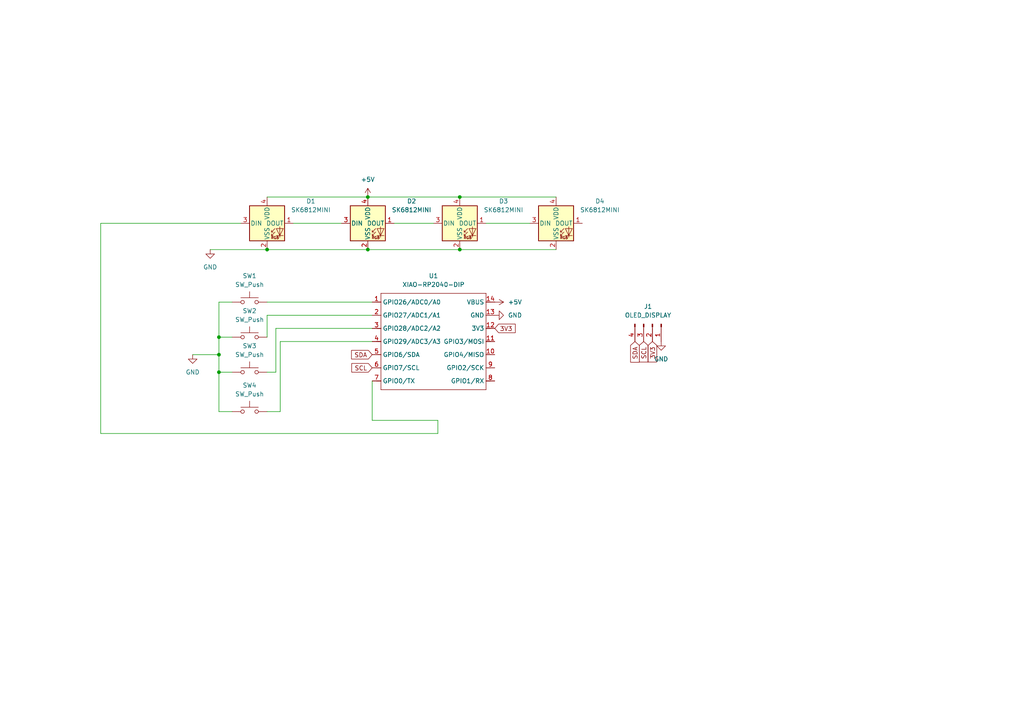
<source format=kicad_sch>
(kicad_sch (version 20250114) (generator "eeschema") (generator_version "9.0")
  (paper "A4")
  (title_block (title "Arjun's Multi Camera Livestream MacroPad") (date "2025-11-29") (rev "0.0.1") (company "HackClub"))
  (lib_symbols
    (symbol "Connector:Conn_01x04_Pin" (pin_names (offset 1.016) (hide yes))
      (property "Reference" "J" (at 0 5.08 0))
      (property "Value" "Conn_01x04_Pin" (at 0 -7.62 0))
      (symbol "Conn_01x04_Pin_1_1"
        (rectangle (start 0.8636 2.667) (end 0 2.413) (stroke (width 0.1524)) (fill (type outline)))
        (rectangle (start 0.8636 0.127) (end 0 -0.127) (stroke (width 0.1524)) (fill (type outline)))
        (rectangle (start 0.8636 -2.413) (end 0 -2.667) (stroke (width 0.1524)) (fill (type outline)))
        (rectangle (start 0.8636 -4.953) (end 0 -5.207) (stroke (width 0.1524)) (fill (type outline)))
        (polyline (pts (xy 1.27 2.54) (xy 0.8636 2.54)) (stroke (width 0.1524)))
        (polyline (pts (xy 1.27 0) (xy 0.8636 0)) (stroke (width 0.1524)))
        (polyline (pts (xy 1.27 -2.54) (xy 0.8636 -2.54)) (stroke (width 0.1524)))
        (polyline (pts (xy 1.27 -5.08) (xy 0.8636 -5.08)) (stroke (width 0.1524)))
        (pin passive line (at 5.08 2.54 180) (length 3.81) (name "Pin_1") (number "1"))
        (pin passive line (at 5.08 0 180) (length 3.81) (name "Pin_2") (number "2"))
        (pin passive line (at 5.08 -2.54 180) (length 3.81) (name "Pin_3") (number "3"))
        (pin passive line (at 5.08 -5.08 180) (length 3.81) (name "Pin_4") (number "4"))
      )
    )
    (symbol "LED:SK6812MINI" (pin_names (offset 0.254))
      (property "Reference" "D" (at 5.08 5.715 0))
      (property "Value" "SK6812MINI" (at 1.27 -5.715 0))
      (symbol "SK6812MINI_0_0"
        (text "RGB" (at 2.286 -4.191 0) (effects (font (size 0.762 0.762))))
      )
      (symbol "SK6812MINI_0_1"
        (polyline (pts (xy 1.27 -2.54) (xy 1.778 -2.54)))
        (polyline (pts (xy 1.27 -3.556) (xy 1.778 -3.556)))
        (polyline (pts (xy 2.286 -1.524) (xy 1.27 -2.54) (xy 1.27 -2.032)))
        (polyline (pts (xy 2.286 -2.54) (xy 1.27 -3.556) (xy 1.27 -3.048)))
        (polyline (pts (xy 3.683 -1.016) (xy 3.683 -3.556) (xy 3.683 -4.064)))
        (polyline (pts (xy 4.699 -1.524) (xy 2.667 -1.524) (xy 3.683 -3.556) (xy 4.699 -1.524)))
        (polyline (pts (xy 4.699 -3.556) (xy 2.667 -3.556)))
        (rectangle (start 5.08 5.08) (end -5.08 -5.08) (stroke (width 0.254)) (fill (type background)))
      )
      (symbol "SK6812MINI_1_1"
        (pin input line (at -7.62 0 0) (length 2.54) (name "DIN") (number "3"))
        (pin power_in line (at 0 7.62 270) (length 2.54) (name "VDD") (number "4"))
        (pin power_in line (at 0 -7.62 90) (length 2.54) (name "VSS") (number "2"))
        (pin output line (at 7.62 0 180) (length 2.54) (name "DOUT") (number "1"))
      )
    )
    (symbol "OPL:XIAO-RP2040-DIP"
      (property "Reference" "U" (at 0 0 0))
      (property "Value" "XIAO-RP2040-DIP" (at 5.334 -1.778 0))
      (symbol "XIAO-RP2040-DIP_1_0"
        (polyline (pts (xy -1.27 -2.54) (xy 29.21 -2.54)) (stroke (width 0.1524)))
        (polyline (pts (xy -1.27 -5.08) (xy -2.54 -5.08)) (stroke (width 0.1524)))
        (polyline (pts (xy -1.27 -5.08) (xy -1.27 -2.54)) (stroke (width 0.1524)))
        (polyline (pts (xy -1.27 -8.89) (xy -2.54 -8.89)) (stroke (width 0.1524)))
        (polyline (pts (xy -1.27 -8.89) (xy -1.27 -5.08)) (stroke (width 0.1524)))
        (polyline (pts (xy -1.27 -12.7) (xy -2.54 -12.7)) (stroke (width 0.1524)))
        (polyline (pts (xy -1.27 -12.7) (xy -1.27 -8.89)) (stroke (width 0.1524)))
        (polyline (pts (xy -1.27 -16.51) (xy -2.54 -16.51)) (stroke (width 0.1524)))
        (polyline (pts (xy -1.27 -16.51) (xy -1.27 -12.7)) (stroke (width 0.1524)))
        (polyline (pts (xy -1.27 -20.32) (xy -2.54 -20.32)) (stroke (width 0.1524)))
        (polyline (pts (xy -1.27 -24.13) (xy -2.54 -24.13)) (stroke (width 0.1524)))
        (polyline (pts (xy -1.27 -27.94) (xy -2.54 -27.94)) (stroke (width 0.1524)))
        (polyline (pts (xy -1.27 -30.48) (xy -1.27 -16.51)) (stroke (width 0.1524)))
        (polyline (pts (xy 29.21 -2.54) (xy 29.21 -5.08)) (stroke (width 0.1524)))
        (polyline (pts (xy 29.21 -5.08) (xy 29.21 -8.89)) (stroke (width 0.1524)))
        (polyline (pts (xy 29.21 -8.89) (xy 29.21 -12.7)) (stroke (width 0.1524)))
        (polyline (pts (xy 29.21 -12.7) (xy 29.21 -30.48)) (stroke (width 0.1524)))
        (polyline (pts (xy 29.21 -30.48) (xy -1.27 -30.48)) (stroke (width 0.1524)))
        (polyline (pts (xy 30.48 -5.08) (xy 29.21 -5.08)) (stroke (width 0.1524)))
        (polyline (pts (xy 30.48 -8.89) (xy 29.21 -8.89)) (stroke (width 0.1524)))
        (polyline (pts (xy 30.48 -12.7) (xy 29.21 -12.7)) (stroke (width 0.1524)))
        (polyline (pts (xy 30.48 -16.51) (xy 29.21 -16.51)) (stroke (width 0.1524)))
        (polyline (pts (xy 30.48 -20.32) (xy 29.21 -20.32)) (stroke (width 0.1524)))
        (polyline (pts (xy 30.48 -24.13) (xy 29.21 -24.13)) (stroke (width 0.1524)))
        (polyline (pts (xy 30.48 -27.94) (xy 29.21 -27.94)) (stroke (width 0.1524)))
        (pin passive line (at -3.81 -5.08 0) (length 2.54) (name "GPIO26/ADC0/A0") (number "1"))
        (pin passive line (at -3.81 -8.89 0) (length 2.54) (name "GPIO27/ADC1/A1") (number "2"))
        (pin passive line (at -3.81 -12.7 0) (length 2.54) (name "GPIO28/ADC2/A2") (number "3"))
        (pin passive line (at -3.81 -16.51 0) (length 2.54) (name "GPIO29/ADC3/A3") (number "4"))
        (pin passive line (at -3.81 -20.32 0) (length 2.54) (name "GPIO6/SDA") (number "5"))
        (pin passive line (at -3.81 -24.13 0) (length 2.54) (name "GPIO7/SCL") (number "6"))
        (pin passive line (at -3.81 -27.94 0) (length 2.54) (name "GPIO0/TX") (number "7"))
        (pin passive line (at 31.75 -5.08 180) (length 2.54) (name "VBUS") (number "14"))
        (pin passive line (at 31.75 -8.89 180) (length 2.54) (name "GND") (number "13"))
        (pin passive line (at 31.75 -12.7 180) (length 2.54) (name "3V3") (number "12"))
        (pin passive line (at 31.75 -16.51 180) (length 2.54) (name "GPIO3/MOSI") (number "11"))
        (pin passive line (at 31.75 -20.32 180) (length 2.54) (name "GPIO4/MISO") (number "10"))
        (pin passive line (at 31.75 -24.13 180) (length 2.54) (name "GPIO2/SCK") (number "9"))
        (pin passive line (at 31.75 -27.94 180) (length 2.54) (name "GPIO1/RX") (number "8"))
      )
    )
    (symbol "Switch:SW_Push" (pin_numbers (hide yes)) (pin_names (offset 1.016) (hide yes))
      (property "Reference" "SW" (at 1.27 2.54 0))
      (property "Value" "SW_Push" (at 0 -1.524 0))
      (symbol "SW_Push_0_1"
        (circle (center -2.032 0) (radius 0.508))
        (polyline (pts (xy 0 1.27) (xy 0 3.048)))
        (circle (center 2.032 0) (radius 0.508))
        (polyline (pts (xy 2.54 1.27) (xy -2.54 1.27)))
        (pin passive line (at -5.08 0 0) (length 2.54) (name "1") (number "1"))
        (pin passive line (at 5.08 0 180) (length 2.54) (name "2") (number "2"))
      )
    )
    (symbol "power:+5V" (power) (pin_numbers (hide yes)) (pin_names (offset 0) (hide yes))
      (property "Value" "+5V" (at 0 3.556 0))
      (symbol "+5V_0_1"
        (polyline (pts (xy -0.762 1.27) (xy 0 2.54)))
        (polyline (pts (xy 0 2.54) (xy 0.762 1.27)))
        (polyline (pts (xy 0 0) (xy 0 2.54)))
      )
      (symbol "+5V_1_1"
        (pin power_in line (at 0 0 90) (length 0) (name "~") (number "1"))
      )
    )
    (symbol "power:GND" (power) (pin_numbers (hide yes)) (pin_names (offset 0) (hide yes))
      (property "Value" "GND" (at 0 -3.81 0))
      (symbol "GND_0_1"
        (polyline (pts (xy 0 0) (xy 0 -1.27) (xy 1.27 -1.27) (xy 0 -2.54) (xy -1.27 -1.27) (xy 0 -1.27)))
      )
      (symbol "GND_1_1"
        (pin power_in line (at 0 0 270) (length 0) (name "~") (number "1"))
      )
    )
  )
  (junction (at 63.5 107.95))
  (junction (at 106.68 57.15))
  (junction (at 106.68 72.39))
  (junction (at 63.5 102.87))
  (junction (at 133.35 72.39))
  (junction (at 77.47 72.39))
  (junction (at 63.5 97.79))
  (junction (at 133.35 57.15))
  (wire (pts (xy 67.31 87.63) (xy 63.5 87.63)))
  (wire (pts (xy 81.28 119.38) (xy 77.47 119.38)))
  (wire (pts (xy 63.5 97.79) (xy 63.5 102.87)))
  (wire (pts (xy 77.47 91.44) (xy 77.47 97.79)))
  (wire (pts (xy 77.47 72.39) (xy 106.68 72.39)))
  (wire (pts (xy 63.5 107.95) (xy 63.5 119.38)))
  (wire (pts (xy 63.5 87.63) (xy 63.5 97.79)))
  (wire (pts (xy 127 125.73) (xy 29.21 125.73)))
  (wire (pts (xy 133.35 72.39) (xy 161.29 72.39)))
  (wire (pts (xy 80.01 95.25) (xy 107.95 95.25)))
  (wire (pts (xy 29.21 64.77) (xy 69.85 64.77)))
  (wire (pts (xy 127 121.92) (xy 127 125.73)))
  (wire (pts (xy 81.28 99.06) (xy 81.28 119.38)))
  (wire (pts (xy 63.5 102.87) (xy 63.5 107.95)))
  (wire (pts (xy 77.47 91.44) (xy 107.95 91.44)))
  (wire (pts (xy 107.95 121.92) (xy 107.95 110.49)))
  (wire (pts (xy 29.21 64.77) (xy 29.21 125.73)))
  (wire (pts (xy 77.47 57.15) (xy 106.68 57.15)))
  (wire (pts (xy 106.68 72.39) (xy 133.35 72.39)))
  (wire (pts (xy 63.5 119.38) (xy 67.31 119.38)))
  (wire (pts (xy 85.09 64.77) (xy 99.06 64.77)))
  (wire (pts (xy 80.01 107.95) (xy 77.47 107.95)))
  (wire (pts (xy 67.31 107.95) (xy 63.5 107.95)))
  (wire (pts (xy 114.3 64.77) (xy 125.73 64.77)))
  (wire (pts (xy 80.01 95.25) (xy 80.01 107.95)))
  (wire (pts (xy 140.97 64.77) (xy 153.67 64.77)))
  (wire (pts (xy 133.35 57.15) (xy 161.29 57.15)))
  (wire (pts (xy 55.88 102.87) (xy 63.5 102.87)))
  (wire (pts (xy 127 121.92) (xy 107.95 121.92)))
  (wire (pts (xy 106.68 57.15) (xy 133.35 57.15)))
  (wire (pts (xy 81.28 99.06) (xy 107.95 99.06)))
  (wire (pts (xy 67.31 97.79) (xy 63.5 97.79)))
  (wire (pts (xy 60.96 72.39) (xy 77.47 72.39)))
  (wire (pts (xy 77.47 87.63) (xy 107.95 87.63)))
  (global_label "SDA" (shape input) (at 184.15 99.06 270) (property "Intersheetrefs" "${INTERSHEET_REFS}" (effects (hide yes))))
  (global_label "SDA" (shape input) (at 107.95 102.87 180) (property "Intersheetrefs" "${INTERSHEET_REFS}" (effects (hide yes))))
  (global_label "SCL" (shape input) (at 186.69 99.06 270) (property "Intersheetrefs" "${INTERSHEET_REFS}" (effects (hide yes))))
  (global_label "3V3" (shape input) (at 143.51 95.25 0) (property "Intersheetrefs" "${INTERSHEET_REFS}" (effects (hide yes))))
  (global_label "3V3" (shape input) (at 189.23 99.06 270) (property "Intersheetrefs" "${INTERSHEET_REFS}" (effects (hide yes))))
  (global_label "SCL" (shape input) (at 107.95 106.68 180) (property "Intersheetrefs" "${INTERSHEET_REFS}" (effects (hide yes))))
  (symbol (lib_id "power:GND") (at 191.77 99.06 0) (unit 1)
    (property "Reference" "#PWR04" (effects (hide yes)))
    (property "Value" "GND" (at 191.77 104.14 0))
    (property "Description" "Power symbol creates a global label with name \"GND\" , ground" (effects (hide yes)))
  )
  (symbol (lib_id "LED:SK6812MINI") (at 133.35 64.77 0) (unit 1)
    (property "Reference" "D3" (at 146.05 58.3498 0))
    (property "Value" "SK6812MINI" (at 146.05 60.8898 0))
    (property "Footprint" "LED_SMD:LED_SK6812MINI_PLCC4_3.5x3.5mm_P1.75mm" (effects (hide yes)))
    (property "Datasheet" "https://cdn-shop.adafruit.com/product-files/2686/SK6812MINI_REV.01-1-2.pdf" (effects (hide yes)))
    (property "Description" "RGB LED with integrated controller" (effects (hide yes)))
  )
  (symbol (lib_id "Switch:SW_Push") (at 72.39 97.79 0) (unit 1)
    (property "Reference" "SW2" (at 72.39 90.17 0))
    (property "Value" "SW_Push" (at 72.39 92.71 0))
    (property "Footprint" "MXCHERRY:MX-Hotswap-1U" (effects (hide yes)))
    (property "Description" "Push button switch, generic, two pins" (effects (hide yes)))
  )
  (symbol (lib_id "OPL:XIAO-RP2040-DIP") (at 111.76 82.55 0) (unit 1)
    (property "Reference" "U1" (at 125.73 80.01 0))
    (property "Value" "XIAO-RP2040-DIP" (at 125.73 82.55 0))
    (property "Footprint" "OPL:XIAO-RP2040-DIP" (effects (hide yes)))
  )
  (symbol (lib_id "power:GND") (at 55.88 102.87 0) (unit 1)
    (property "Reference" "#PWR05" (effects (hide yes)))
    (property "Value" "GND" (at 55.88 107.95 0))
    (property "Description" "Power symbol creates a global label with name \"GND\" , ground" (effects (hide yes)))
  )
  (symbol (lib_id "power:GND") (at 143.51 91.44 90) (unit 1)
    (property "Reference" "#PWR03" (effects (hide yes)))
    (property "Value" "GND" (at 147.32 91.4399 90) (effects (justify right)))
    (property "Description" "Power symbol creates a global label with name \"GND\" , ground" (effects (hide yes)))
  )
  (symbol (lib_id "power:+5V") (at 143.51 87.63 270) (unit 1)
    (property "Reference" "#PWR01" (effects (hide yes)))
    (property "Value" "+5V" (at 147.32 87.6299 90) (effects (justify left)))
    (property "Description" "Power symbol creates a global label with name \"+5V\"" (effects (hide yes)))
  )
  (symbol (lib_id "power:+5V") (at 106.68 57.15 0) (unit 1)
    (property "Reference" "#PWR02" (effects (hide yes)))
    (property "Value" "+5V" (at 106.68 52.07 0))
    (property "Description" "Power symbol creates a global label with name \"+5V\"" (effects (hide yes)))
  )
  (symbol (lib_id "LED:SK6812MINI") (at 161.29 64.77 0) (unit 1)
    (property "Reference" "D4" (at 173.99 58.3498 0))
    (property "Value" "SK6812MINI" (at 173.99 60.8898 0))
    (property "Footprint" "LED_SMD:LED_SK6812MINI_PLCC4_3.5x3.5mm_P1.75mm" (effects (hide yes)))
    (property "Datasheet" "https://cdn-shop.adafruit.com/product-files/2686/SK6812MINI_REV.01-1-2.pdf" (effects (hide yes)))
    (property "Description" "RGB LED with integrated controller" (effects (hide yes)))
  )
  (symbol (lib_id "LED:SK6812MINI") (at 77.47 64.77 0) (unit 1)
    (property "Reference" "D1" (at 90.17 58.3498 0))
    (property "Value" "SK6812MINI" (at 90.17 60.8898 0))
    (property "Footprint" "LED_SMD:LED_SK6812MINI_PLCC4_3.5x3.5mm_P1.75mm" (effects (hide yes)))
    (property "Datasheet" "https://cdn-shop.adafruit.com/product-files/2686/SK6812MINI_REV.01-1-2.pdf" (effects (hide yes)))
    (property "Description" "RGB LED with integrated controller" (effects (hide yes)))
  )
  (symbol (lib_id "Switch:SW_Push") (at 72.39 107.95 0) (unit 1)
    (property "Reference" "SW3" (at 72.39 100.33 0))
    (property "Value" "SW_Push" (at 72.39 102.87 0))
    (property "Footprint" "MXCHERRY:MX-Hotswap-1U" (effects (hide yes)))
    (property "Description" "Push button switch, generic, two pins" (effects (hide yes)))
  )
  (symbol (lib_id "Connector:Conn_01x04_Pin") (at 189.23 93.98 270) (unit 1)
    (property "Reference" "J1" (at 187.96 88.9 90))
    (property "Value" "OLED_DISPLAY" (at 187.96 91.44 90))
    (property "Footprint" "OLED:SSD1306-0.91-OLED-4pin-128x32" (effects (hide yes)))
    (property "Description" "Generic connector, single row, 01x04, script generated" (effects (hide yes)))
  )
  (symbol (lib_id "Switch:SW_Push") (at 72.39 119.38 0) (unit 1)
    (property "Reference" "SW4" (at 72.39 111.76 0))
    (property "Value" "SW_Push" (at 72.39 114.3 0))
    (property "Footprint" "MXCHERRY:MX-Hotswap-1U" (effects (hide yes)))
    (property "Description" "Push button switch, generic, two pins" (effects (hide yes)))
  )
  (symbol (lib_id "Switch:SW_Push") (at 72.39 87.63 0) (unit 1)
    (property "Reference" "SW1" (at 72.39 80.01 0))
    (property "Value" "SW_Push" (at 72.39 82.55 0))
    (property "Footprint" "MXCHERRY:MX-Hotswap-1U" (effects (hide yes)))
    (property "Description" "Push button switch, generic, two pins" (effects (hide yes)))
  )
  (symbol (lib_id "LED:SK6812MINI") (at 106.68 64.77 0) (unit 1)
    (property "Reference" "D2" (at 119.38 58.3498 0))
    (property "Value" "SK6812MINI" (at 119.38 60.8898 0))
    (property "Footprint" "LED_SMD:LED_SK6812MINI_PLCC4_3.5x3.5mm_P1.75mm" (effects (hide yes)))
    (property "Datasheet" "https://cdn-shop.adafruit.com/product-files/2686/SK6812MINI_REV.01-1-2.pdf" (effects (hide yes)))
    (property "Description" "RGB LED with integrated controller" (effects (hide yes)))
  )
  (symbol (lib_id "power:GND") (at 60.96 72.39 0) (unit 1)
    (property "Reference" "#PWR06" (effects (hide yes)))
    (property "Value" "GND" (at 60.96 77.47 0))
    (property "Description" "Power symbol creates a global label with name \"GND\" , ground" (effects (hide yes)))
  )
)
</source>
